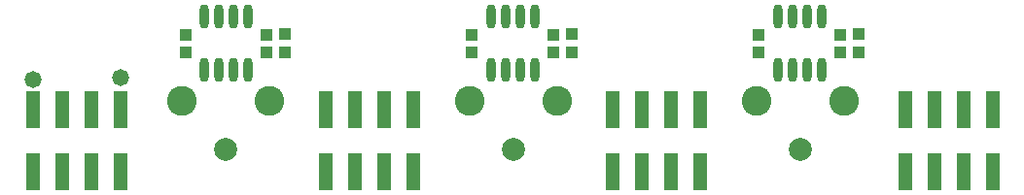
<source format=gbs>
G04*
G04 #@! TF.GenerationSoftware,Altium Limited,Altium Designer,19.1.9 (167)*
G04*
G04 Layer_Color=16711935*
%FSLAX25Y25*%
%MOIN*%
G70*
G01*
G75*
%ADD12C,0.10249*%
%ADD13C,0.07887*%
%ADD14C,0.05800*%
%ADD25R,0.04737X0.13005*%
%ADD26R,0.04147X0.04147*%
%ADD27R,0.03950X0.03950*%
%ADD28O,0.03162X0.08280*%
D12*
X264528Y0D02*
D03*
X294528D02*
D03*
X166102D02*
D03*
X196102D02*
D03*
X67677D02*
D03*
X97677D02*
D03*
D13*
X279528Y-16732D02*
D03*
X181102D02*
D03*
X82677D02*
D03*
D14*
X46600Y7800D02*
D03*
X16500Y7392D02*
D03*
D25*
X46496Y-24291D02*
D03*
X36496D02*
D03*
X46496Y-3032D02*
D03*
X36496D02*
D03*
X26496Y-24291D02*
D03*
Y-3032D02*
D03*
X16496D02*
D03*
Y-24291D02*
D03*
X116890Y-3032D02*
D03*
X126890D02*
D03*
X116890Y-24291D02*
D03*
X126890D02*
D03*
X136890Y-3032D02*
D03*
Y-24291D02*
D03*
X146890D02*
D03*
Y-3032D02*
D03*
X215315Y-3039D02*
D03*
X225315D02*
D03*
X215315Y-24299D02*
D03*
X225315D02*
D03*
X235315Y-3039D02*
D03*
Y-24299D02*
D03*
X245315D02*
D03*
Y-3039D02*
D03*
X315709Y-3032D02*
D03*
X325709D02*
D03*
X315709Y-24291D02*
D03*
X325709D02*
D03*
X335709Y-3032D02*
D03*
Y-24291D02*
D03*
X345709D02*
D03*
Y-3032D02*
D03*
D26*
X96457Y22736D02*
D03*
Y16634D02*
D03*
X194882Y22736D02*
D03*
Y16634D02*
D03*
X293307Y22736D02*
D03*
Y16634D02*
D03*
X68800Y22736D02*
D03*
Y16634D02*
D03*
X167000Y22736D02*
D03*
Y16634D02*
D03*
X265400Y22736D02*
D03*
Y16634D02*
D03*
D27*
X201181Y22835D02*
D03*
Y16535D02*
D03*
X299606Y22950D02*
D03*
Y16650D02*
D03*
X102756Y22835D02*
D03*
Y16535D02*
D03*
D28*
X90177Y10433D02*
D03*
X85177D02*
D03*
X80177D02*
D03*
X75177D02*
D03*
X90177Y28937D02*
D03*
X85177D02*
D03*
X80177D02*
D03*
X75177D02*
D03*
X188602Y10433D02*
D03*
X183602D02*
D03*
X178602D02*
D03*
X173602D02*
D03*
X188602Y28937D02*
D03*
X183602D02*
D03*
X178602D02*
D03*
X173602D02*
D03*
X287028Y10433D02*
D03*
X282028D02*
D03*
X277028D02*
D03*
X272028D02*
D03*
X287028Y28937D02*
D03*
X282028D02*
D03*
X277028D02*
D03*
X272028D02*
D03*
M02*

</source>
